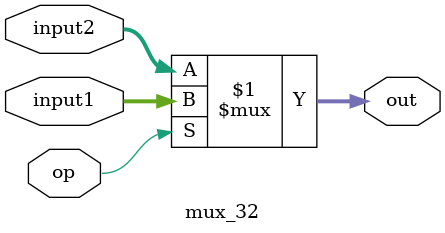
<source format=v>
module mux_32(input1, input2, op, out);

	input [31:0] input1;
	input [31:0] input2;
	input op;
	output [31:0] out;
	assign out = op ? input1 : input2;
endmodule

</source>
